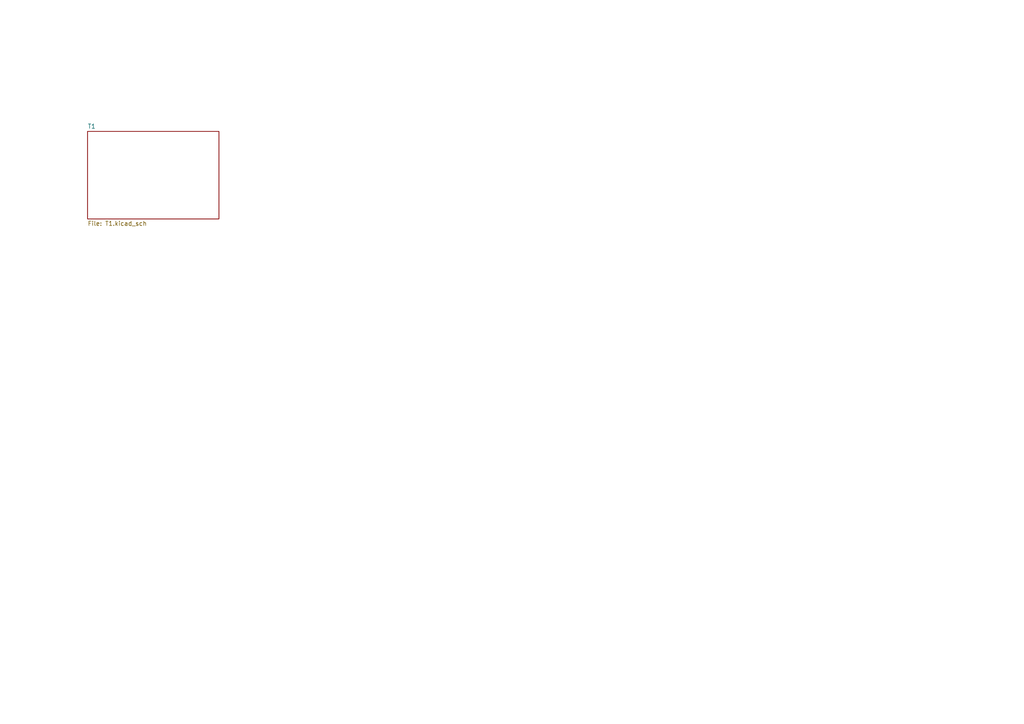
<source format=kicad_sch>
(kicad_sch (version 20211123) (generator eeschema)
  (paper "A4")
  (title_block (title "Power Generation Solar Modules") (date "2022-08-02") (rev "v0.1.0") (company "Longhorn Racing Solar") (comment 1 "Matthew Yu"))
  (lib_symbols)
  (sheet (at 25.4 38.1) (size 38.1 25.4) (stroke (width 0.1524))
    (property "Sheet name" "T1" (at 25.4 37.3884 0) (effects (justify left bottom)))
    (property "Sheet file" "T1.kicad_sch" (at 25.4 64.0846 0) (effects (justify left top)))
  )
)
</source>
